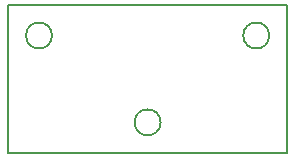
<source format=gbr>
%TF.GenerationSoftware,KiCad,Pcbnew,7.0.10*%
%TF.CreationDate,2024-01-28T02:24:09+01:00*%
%TF.ProjectId,Encoder,456e636f-6465-4722-9e6b-696361645f70,rev?*%
%TF.SameCoordinates,Original*%
%TF.FileFunction,Profile,NP*%
%FSLAX46Y46*%
G04 Gerber Fmt 4.6, Leading zero omitted, Abs format (unit mm)*
G04 Created by KiCad (PCBNEW 7.0.10) date 2024-01-28 02:24:09*
%MOMM*%
%LPD*%
G01*
G04 APERTURE LIST*
%TA.AperFunction,Profile*%
%ADD10C,0.200000*%
%TD*%
G04 APERTURE END LIST*
D10*
X141100001Y-42600001D02*
G75*
G03*
X138900003Y-42600001I-1099999J0D01*
G01*
X138900003Y-42600001D02*
G75*
G03*
X141100001Y-42600001I1099999J0D01*
G01*
X151800001Y-45200001D02*
X151800001Y-32650000D01*
X131900002Y-35250001D02*
G75*
G03*
X129700002Y-35250001I-1100000J0D01*
G01*
X129700002Y-35250001D02*
G75*
G03*
X131900002Y-35250001I1100000J0D01*
G01*
X128200001Y-45200001D02*
X151800001Y-45200001D01*
X150300001Y-35250001D02*
G75*
G03*
X148099999Y-35250001I-1100001J0D01*
G01*
X148099999Y-35250001D02*
G75*
G03*
X150300001Y-35250001I1100001J0D01*
G01*
X128200000Y-32650002D02*
X128200001Y-45200001D01*
X151800001Y-32650000D02*
X128200000Y-32650002D01*
M02*

</source>
